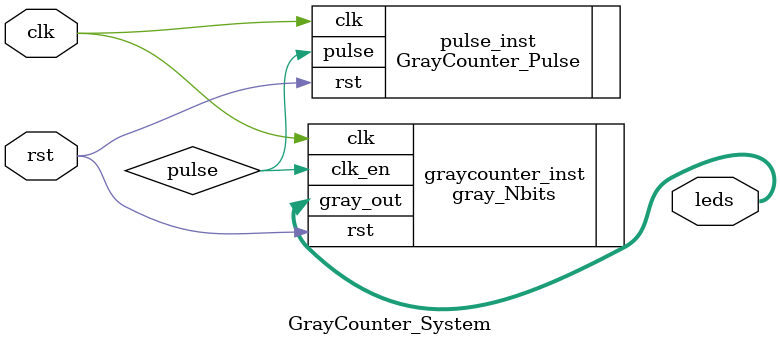
<source format=v>
`timescale 1ns / 1ps
module GrayCounter_System(clk, rst, leds);
  parameter N = 8;
  parameter distance = 100000000; // How much for 1 Hz when clk period is 10 ns?
  input clk, rst;
  output [N-1:0] leds;
  wire pulse;
    
  // Instantiation of the GrayCounter_Pulse 
  GrayCounter_Pulse #(.distance(distance)) pulse_inst (.clk(clk), .rst(rst),.pulse(pulse));
	 
  // Instantiation of the gray_Nbits 
  gray_Nbits #(.N(N)) graycounter_inst (.clk(clk), .clk_en(pulse), .rst(rst), .gray_out(leds));


endmodule

</source>
